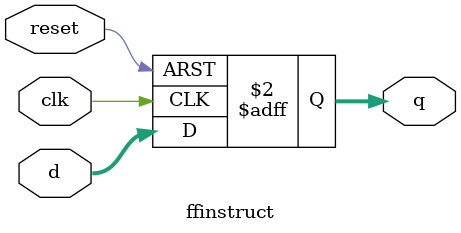
<source format=sv>
module ffinstruct #(parameter WIDTH = 8)
					(input logic clk, reset,
					input logic [WIDTH-1:0] d,
					output logic [WIDTH-1:0] q);
					
	always_ff @(posedge clk, posedge reset)
		if (reset) 
			q <= 0;
		else q <= d;
		
endmodule
</source>
